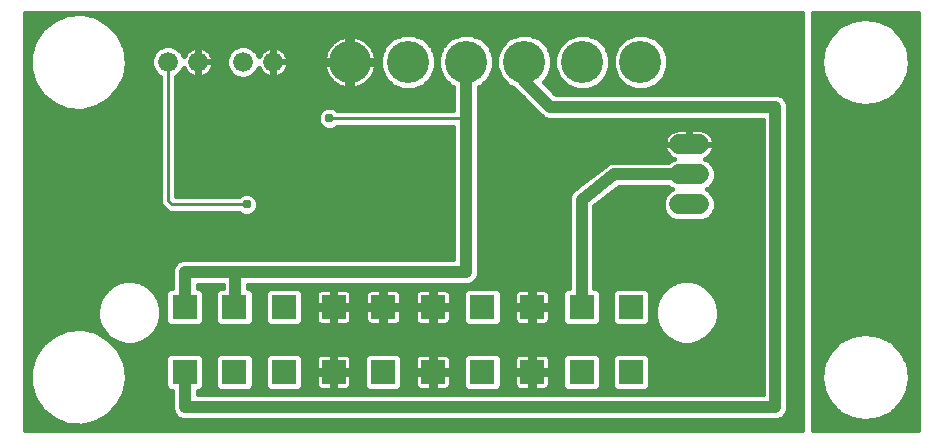
<source format=gbl>
G75*
%MOIN*%
%OFA0B0*%
%FSLAX24Y24*%
%IPPOS*%
%LPD*%
%AMOC8*
5,1,8,0,0,1.08239X$1,22.5*
%
%ADD10C,0.0660*%
%ADD11C,0.1400*%
%ADD12R,0.0827X0.0827*%
%ADD13C,0.0660*%
%ADD14C,0.0160*%
%ADD15C,0.0310*%
%ADD16C,0.0400*%
%ADD17C,0.0100*%
%ADD18C,0.2540*%
D10*
X022475Y008180D02*
X023135Y008180D01*
X023135Y009180D02*
X022475Y009180D01*
X022475Y010180D02*
X023135Y010180D01*
D11*
X021180Y012930D03*
X019243Y012930D03*
X017305Y012930D03*
X015368Y012930D03*
X013430Y012930D03*
X011493Y012930D03*
D12*
X010950Y004763D03*
X012603Y004763D03*
X014257Y004763D03*
X015910Y004763D03*
X017564Y004763D03*
X019217Y004763D03*
X020871Y004763D03*
X020871Y002597D03*
X019217Y002597D03*
X017564Y002597D03*
X015910Y002597D03*
X014257Y002597D03*
X012603Y002597D03*
X010950Y002597D03*
X009296Y002597D03*
X007643Y002597D03*
X005989Y002597D03*
X005989Y004763D03*
X007643Y004763D03*
X009296Y004763D03*
D13*
X008930Y012930D03*
X007930Y012930D03*
X006430Y012930D03*
X005430Y012930D03*
D14*
X000660Y014570D02*
X000660Y000660D01*
X026555Y000660D01*
X026555Y014570D01*
X000660Y014570D01*
X000660Y014445D02*
X001878Y014445D01*
X002067Y014519D02*
X001615Y014342D01*
X001235Y014039D01*
X001235Y014039D01*
X001235Y014039D01*
X000961Y013637D01*
X000818Y013173D01*
X000818Y012687D01*
X000961Y012223D01*
X000961Y012223D01*
X001235Y011821D01*
X001615Y011518D01*
X002067Y011341D01*
X002067Y011341D01*
X002552Y011305D01*
X003026Y011413D01*
X003446Y011656D01*
X003777Y012012D01*
X003988Y012450D01*
X004060Y012930D01*
X003988Y013410D01*
X003777Y013848D01*
X003777Y013848D01*
X003446Y014204D01*
X003026Y014447D01*
X002552Y014555D01*
X002552Y014555D01*
X002067Y014519D01*
X002067Y014519D01*
X001615Y014342D02*
X001615Y014342D01*
X001546Y014287D02*
X000660Y014287D01*
X000660Y014128D02*
X001347Y014128D01*
X001188Y013970D02*
X000660Y013970D01*
X000660Y013811D02*
X001080Y013811D01*
X000972Y013653D02*
X000660Y013653D01*
X000660Y013494D02*
X000917Y013494D01*
X000961Y013637D02*
X000961Y013637D01*
X000868Y013336D02*
X000660Y013336D01*
X000660Y013177D02*
X000819Y013177D01*
X000818Y013019D02*
X000660Y013019D01*
X000660Y012860D02*
X000818Y012860D01*
X000818Y012702D02*
X000660Y012702D01*
X000660Y012543D02*
X000863Y012543D01*
X000912Y012385D02*
X000660Y012385D01*
X000660Y012226D02*
X000960Y012226D01*
X001067Y012068D02*
X000660Y012068D01*
X000660Y011909D02*
X001175Y011909D01*
X001235Y011821D02*
X001235Y011821D01*
X001235Y011821D01*
X001324Y011751D02*
X000660Y011751D01*
X000660Y011592D02*
X001523Y011592D01*
X001615Y011518D02*
X001615Y011518D01*
X001831Y011434D02*
X000660Y011434D01*
X000660Y011275D02*
X005150Y011275D01*
X005150Y011434D02*
X003062Y011434D01*
X003026Y011413D02*
X003026Y011413D01*
X002552Y011305D02*
X002552Y011305D01*
X003336Y011592D02*
X005150Y011592D01*
X005150Y011751D02*
X003534Y011751D01*
X003446Y011656D02*
X003446Y011656D01*
X003681Y011909D02*
X005150Y011909D01*
X005150Y012068D02*
X003804Y012068D01*
X003777Y012012D02*
X003777Y012012D01*
X003880Y012226D02*
X005150Y012226D01*
X005150Y012385D02*
X003956Y012385D01*
X003988Y012450D02*
X003988Y012450D01*
X004002Y012543D02*
X005025Y012543D01*
X004955Y012613D02*
X005113Y012455D01*
X005150Y012440D01*
X005150Y008249D01*
X005193Y008146D01*
X005318Y008021D01*
X005396Y007943D01*
X005499Y007900D01*
X007791Y007900D01*
X007837Y007854D01*
X007978Y007795D01*
X008132Y007795D01*
X008273Y007854D01*
X008381Y007962D01*
X008440Y008103D01*
X008440Y008257D01*
X008381Y008398D01*
X008273Y008506D01*
X008132Y008565D01*
X007978Y008565D01*
X007837Y008506D01*
X007791Y008460D01*
X005710Y008460D01*
X005710Y012440D01*
X005747Y012455D01*
X005905Y012613D01*
X005956Y012737D01*
X005957Y012734D01*
X005994Y012663D01*
X006041Y012598D01*
X006098Y012541D01*
X006163Y012494D01*
X006234Y012457D01*
X006311Y012433D01*
X006390Y012420D01*
X006412Y012420D01*
X006412Y012912D01*
X006448Y012912D01*
X006448Y012948D01*
X006412Y012948D01*
X006412Y013440D01*
X006390Y013440D01*
X006311Y013427D01*
X006234Y013403D01*
X006163Y013366D01*
X006098Y013319D01*
X006041Y013262D01*
X005994Y013197D01*
X005957Y013126D01*
X005956Y013123D01*
X005905Y013247D01*
X005747Y013405D01*
X005541Y013490D01*
X005319Y013490D01*
X005113Y013405D01*
X004955Y013247D01*
X004870Y013041D01*
X004870Y012819D01*
X004955Y012613D01*
X004918Y012702D02*
X004026Y012702D01*
X004049Y012860D02*
X004870Y012860D01*
X004870Y013019D02*
X004047Y013019D01*
X004023Y013177D02*
X004926Y013177D01*
X005044Y013336D02*
X003999Y013336D01*
X003988Y013410D02*
X003988Y013410D01*
X003947Y013494D02*
X010816Y013494D01*
X010829Y013511D02*
X010759Y013420D01*
X010702Y013320D01*
X010657Y013213D01*
X010628Y013102D01*
X010615Y013010D01*
X011412Y013010D01*
X011412Y012850D01*
X010615Y012850D01*
X010628Y012758D01*
X010657Y012647D01*
X010702Y012540D01*
X010759Y012440D01*
X010829Y012349D01*
X010911Y012267D01*
X011003Y012197D01*
X011102Y012139D01*
X011209Y012095D01*
X011320Y012065D01*
X011413Y012053D01*
X011413Y012850D01*
X011572Y012850D01*
X011572Y012053D01*
X011665Y012065D01*
X011776Y012095D01*
X011883Y012139D01*
X011982Y012197D01*
X012074Y012267D01*
X012156Y012349D01*
X012226Y012440D01*
X012283Y012540D01*
X012328Y012647D01*
X012357Y012758D01*
X012370Y012850D01*
X011573Y012850D01*
X011573Y013010D01*
X012370Y013010D01*
X012357Y013102D01*
X012328Y013213D01*
X012283Y013320D01*
X012226Y013420D01*
X012156Y013511D01*
X012074Y013593D01*
X011982Y013663D01*
X011883Y013721D01*
X011776Y013765D01*
X011665Y013795D01*
X011572Y013807D01*
X011572Y013010D01*
X011413Y013010D01*
X011413Y013807D01*
X011320Y013795D01*
X011209Y013765D01*
X011102Y013721D01*
X011003Y013663D01*
X010911Y013593D01*
X010829Y013511D01*
X010710Y013336D02*
X009240Y013336D01*
X009262Y013319D02*
X009197Y013366D01*
X009126Y013403D01*
X009049Y013427D01*
X008970Y013440D01*
X008948Y013440D01*
X008948Y012948D01*
X008912Y012948D01*
X008912Y013440D01*
X008890Y013440D01*
X008811Y013427D01*
X008734Y013403D01*
X008663Y013366D01*
X008598Y013319D01*
X008541Y013262D01*
X008494Y013197D01*
X008457Y013126D01*
X008456Y013123D01*
X008405Y013247D01*
X008247Y013405D01*
X008041Y013490D01*
X007819Y013490D01*
X007613Y013405D01*
X007455Y013247D01*
X007370Y013041D01*
X007370Y012819D01*
X007455Y012613D01*
X007613Y012455D01*
X007819Y012370D01*
X008041Y012370D01*
X008247Y012455D01*
X008405Y012613D01*
X008456Y012737D01*
X008457Y012734D01*
X008494Y012663D01*
X008541Y012598D01*
X008598Y012541D01*
X008663Y012494D01*
X008734Y012457D01*
X008811Y012433D01*
X008890Y012420D01*
X008912Y012420D01*
X008912Y012912D01*
X008948Y012912D01*
X008948Y012948D01*
X009440Y012948D01*
X009440Y012970D01*
X009427Y013049D01*
X009403Y013126D01*
X009366Y013197D01*
X009319Y013262D01*
X009262Y013319D01*
X009377Y013177D02*
X010648Y013177D01*
X010617Y013019D02*
X009432Y013019D01*
X009440Y012912D02*
X008948Y012912D01*
X008948Y012420D01*
X008970Y012420D01*
X009049Y012433D01*
X009126Y012457D01*
X009197Y012494D01*
X009262Y012541D01*
X009319Y012598D01*
X009366Y012663D01*
X009403Y012734D01*
X009427Y012811D01*
X009440Y012890D01*
X009440Y012912D01*
X009435Y012860D02*
X011412Y012860D01*
X011413Y012702D02*
X011572Y012702D01*
X011573Y012860D02*
X012500Y012860D01*
X012500Y012745D02*
X012642Y012403D01*
X012903Y012142D01*
X013245Y012000D01*
X013615Y012000D01*
X013957Y012142D01*
X014218Y012403D01*
X014360Y012745D01*
X014360Y013115D01*
X014218Y013457D01*
X013957Y013718D01*
X013615Y013860D01*
X013245Y013860D01*
X012903Y013718D01*
X012642Y013457D01*
X012500Y013115D01*
X012500Y012745D01*
X012518Y012702D02*
X012342Y012702D01*
X012285Y012543D02*
X012584Y012543D01*
X012660Y012385D02*
X012183Y012385D01*
X012021Y012226D02*
X012819Y012226D01*
X013082Y012068D02*
X011674Y012068D01*
X011572Y012068D02*
X011413Y012068D01*
X011311Y012068D02*
X005710Y012068D01*
X005710Y012226D02*
X010964Y012226D01*
X010802Y012385D02*
X008076Y012385D01*
X007784Y012385D02*
X005710Y012385D01*
X005835Y012543D02*
X006096Y012543D01*
X005974Y012702D02*
X005941Y012702D01*
X006412Y012702D02*
X006448Y012702D01*
X006448Y012860D02*
X006412Y012860D01*
X006448Y012912D02*
X006448Y012420D01*
X006470Y012420D01*
X006549Y012433D01*
X006626Y012457D01*
X006697Y012494D01*
X006762Y012541D01*
X006819Y012598D01*
X006866Y012663D01*
X006903Y012734D01*
X006927Y012811D01*
X006940Y012890D01*
X006940Y012912D01*
X006448Y012912D01*
X006448Y012948D02*
X006940Y012948D01*
X006940Y012970D01*
X006927Y013049D01*
X006903Y013126D01*
X006866Y013197D01*
X006819Y013262D01*
X006762Y013319D01*
X006697Y013366D01*
X006626Y013403D01*
X006549Y013427D01*
X006470Y013440D01*
X006448Y013440D01*
X006448Y012948D01*
X006448Y013019D02*
X006412Y013019D01*
X006412Y013177D02*
X006448Y013177D01*
X006448Y013336D02*
X006412Y013336D01*
X006120Y013336D02*
X005816Y013336D01*
X005934Y013177D02*
X005983Y013177D01*
X006740Y013336D02*
X007544Y013336D01*
X007426Y013177D02*
X006877Y013177D01*
X006932Y013019D02*
X007370Y013019D01*
X007370Y012860D02*
X006935Y012860D01*
X006886Y012702D02*
X007418Y012702D01*
X007525Y012543D02*
X006764Y012543D01*
X006448Y012543D02*
X006412Y012543D01*
X005710Y011909D02*
X014938Y011909D01*
X014938Y011751D02*
X005710Y011751D01*
X005710Y011592D02*
X014938Y011592D01*
X014938Y011434D02*
X010897Y011434D01*
X010882Y011440D02*
X011023Y011381D01*
X011069Y011335D01*
X014938Y011335D01*
X014938Y012101D01*
X014841Y012142D01*
X014579Y012403D01*
X014438Y012745D01*
X014438Y013115D01*
X014579Y013457D01*
X014841Y013718D01*
X015183Y013860D01*
X015552Y013860D01*
X015894Y013718D01*
X016156Y013457D01*
X016297Y013115D01*
X016297Y012745D01*
X016156Y012403D01*
X015894Y012142D01*
X015797Y012101D01*
X015797Y005844D01*
X015732Y005686D01*
X015611Y005565D01*
X015453Y005500D01*
X008110Y005500D01*
X008110Y005406D01*
X008151Y005406D01*
X008286Y005271D01*
X008286Y004254D01*
X008151Y004119D01*
X007134Y004119D01*
X006999Y004254D01*
X006999Y005271D01*
X007134Y005406D01*
X007250Y005406D01*
X007250Y005500D01*
X006419Y005500D01*
X006419Y005406D01*
X006498Y005406D01*
X006632Y005271D01*
X006632Y004254D01*
X006498Y004119D01*
X005480Y004119D01*
X005346Y004254D01*
X005346Y005271D01*
X005480Y005406D01*
X005559Y005406D01*
X005559Y006016D01*
X005625Y006174D01*
X005745Y006295D01*
X005904Y006360D01*
X014938Y006360D01*
X014938Y010775D01*
X011069Y010775D01*
X011023Y010729D01*
X010882Y010670D01*
X010728Y010670D01*
X010587Y010729D01*
X010479Y010837D01*
X010420Y010978D01*
X010420Y011132D01*
X010479Y011273D01*
X010587Y011381D01*
X010728Y011440D01*
X010882Y011440D01*
X010713Y011434D02*
X005710Y011434D01*
X005710Y011275D02*
X010481Y011275D01*
X010420Y011117D02*
X005710Y011117D01*
X005710Y010958D02*
X010428Y010958D01*
X010516Y010800D02*
X005710Y010800D01*
X005710Y010641D02*
X014938Y010641D01*
X014938Y010483D02*
X005710Y010483D01*
X005710Y010324D02*
X014938Y010324D01*
X014938Y010166D02*
X005710Y010166D01*
X005710Y010007D02*
X014938Y010007D01*
X014938Y009849D02*
X005710Y009849D01*
X005710Y009690D02*
X014938Y009690D01*
X014938Y009532D02*
X005710Y009532D01*
X005710Y009373D02*
X014938Y009373D01*
X014938Y009215D02*
X005710Y009215D01*
X005710Y009056D02*
X014938Y009056D01*
X014938Y008898D02*
X005710Y008898D01*
X005710Y008739D02*
X014938Y008739D01*
X014938Y008581D02*
X005710Y008581D01*
X005150Y008581D02*
X000660Y008581D01*
X000660Y008739D02*
X005150Y008739D01*
X005150Y008898D02*
X000660Y008898D01*
X000660Y009056D02*
X005150Y009056D01*
X005150Y009215D02*
X000660Y009215D01*
X000660Y009373D02*
X005150Y009373D01*
X005150Y009532D02*
X000660Y009532D01*
X000660Y009690D02*
X005150Y009690D01*
X005150Y009849D02*
X000660Y009849D01*
X000660Y010007D02*
X005150Y010007D01*
X005150Y010166D02*
X000660Y010166D01*
X000660Y010324D02*
X005150Y010324D01*
X005150Y010483D02*
X000660Y010483D01*
X000660Y010641D02*
X005150Y010641D01*
X005150Y010800D02*
X000660Y010800D01*
X000660Y010958D02*
X005150Y010958D01*
X005150Y011117D02*
X000660Y011117D01*
X000660Y008422D02*
X005150Y008422D01*
X005150Y008264D02*
X000660Y008264D01*
X000660Y008105D02*
X005234Y008105D01*
X005393Y007947D02*
X000660Y007947D01*
X000660Y007788D02*
X014938Y007788D01*
X014938Y007630D02*
X000660Y007630D01*
X000660Y007471D02*
X014938Y007471D01*
X014938Y007313D02*
X000660Y007313D01*
X000660Y007154D02*
X014938Y007154D01*
X014938Y006996D02*
X000660Y006996D01*
X000660Y006837D02*
X014938Y006837D01*
X014938Y006679D02*
X000660Y006679D01*
X000660Y006520D02*
X014938Y006520D01*
X014938Y006362D02*
X000660Y006362D01*
X000660Y006203D02*
X005654Y006203D01*
X005571Y006045D02*
X000660Y006045D01*
X000660Y005886D02*
X005559Y005886D01*
X005559Y005728D02*
X000660Y005728D01*
X000660Y005569D02*
X003708Y005569D01*
X003725Y005579D02*
X003481Y005438D01*
X003282Y005239D01*
X003141Y004995D01*
X003068Y004723D01*
X003068Y004441D01*
X003141Y004168D01*
X003282Y003924D01*
X003481Y003725D01*
X003725Y003584D01*
X003998Y003511D01*
X004280Y003511D01*
X004552Y003584D01*
X004796Y003725D01*
X004995Y003924D01*
X005136Y004168D01*
X005209Y004441D01*
X005209Y004723D01*
X005136Y004995D01*
X004995Y005239D01*
X004796Y005438D01*
X004552Y005579D01*
X004280Y005652D01*
X003998Y005652D01*
X003725Y005579D01*
X003454Y005411D02*
X000660Y005411D01*
X000660Y005252D02*
X003295Y005252D01*
X003198Y005094D02*
X000660Y005094D01*
X000660Y004935D02*
X003125Y004935D01*
X003083Y004777D02*
X000660Y004777D01*
X000660Y004618D02*
X003068Y004618D01*
X003068Y004460D02*
X000660Y004460D01*
X000660Y004301D02*
X003106Y004301D01*
X003156Y004143D02*
X000660Y004143D01*
X000660Y003984D02*
X001978Y003984D01*
X002067Y004019D02*
X001615Y003842D01*
X001235Y003539D01*
X001235Y003539D01*
X001235Y003539D01*
X000961Y003137D01*
X000818Y002673D01*
X000818Y002187D01*
X000961Y001723D01*
X000961Y001723D01*
X001235Y001321D01*
X001615Y001018D01*
X002067Y000841D01*
X002067Y000841D01*
X002552Y000805D01*
X003026Y000913D01*
X003446Y001156D01*
X003777Y001512D01*
X003988Y001950D01*
X004060Y002430D01*
X003988Y002910D01*
X003777Y003348D01*
X003777Y003348D01*
X003446Y003704D01*
X003026Y003947D01*
X003026Y003947D01*
X002552Y004055D01*
X002067Y004019D01*
X002067Y004019D01*
X001615Y003842D02*
X001615Y003842D01*
X001595Y003826D02*
X000660Y003826D01*
X000660Y003667D02*
X001396Y003667D01*
X001215Y003509D02*
X000660Y003509D01*
X000660Y003350D02*
X001106Y003350D01*
X000998Y003192D02*
X000660Y003192D01*
X000660Y003033D02*
X000929Y003033D01*
X000961Y003137D02*
X000961Y003137D01*
X000880Y002875D02*
X000660Y002875D01*
X000660Y002716D02*
X000831Y002716D01*
X000818Y002558D02*
X000660Y002558D01*
X000660Y002399D02*
X000818Y002399D01*
X000818Y002241D02*
X000660Y002241D01*
X000660Y002082D02*
X000851Y002082D01*
X000900Y001924D02*
X000660Y001924D01*
X000660Y001765D02*
X000948Y001765D01*
X001041Y001607D02*
X000660Y001607D01*
X000660Y001448D02*
X001149Y001448D01*
X001235Y001321D02*
X001235Y001321D01*
X001235Y001321D01*
X001275Y001290D02*
X000660Y001290D01*
X000660Y001131D02*
X001474Y001131D01*
X001615Y001018D02*
X001615Y001018D01*
X001732Y000973D02*
X000660Y000973D01*
X000660Y000814D02*
X002426Y000814D01*
X002552Y000805D02*
X002552Y000805D01*
X002593Y000814D02*
X026555Y000814D01*
X026555Y000973D02*
X003129Y000973D01*
X003026Y000913D02*
X003026Y000913D01*
X003404Y001131D02*
X005680Y001131D01*
X005625Y001186D02*
X005745Y001065D01*
X005904Y001000D01*
X025766Y001000D01*
X025924Y001065D01*
X026045Y001186D01*
X026110Y001344D01*
X026110Y011516D01*
X026045Y011674D01*
X025924Y011795D01*
X025766Y011860D01*
X018358Y011860D01*
X017954Y012264D01*
X018093Y012403D01*
X018235Y012745D01*
X018235Y013115D01*
X018093Y013457D01*
X017832Y013718D01*
X017490Y013860D01*
X017120Y013860D01*
X016778Y013718D01*
X016517Y013457D01*
X016375Y013115D01*
X016375Y012745D01*
X016517Y012403D01*
X016778Y012142D01*
X016934Y012077D01*
X016940Y012061D01*
X017061Y011940D01*
X017936Y011065D01*
X018094Y011000D01*
X025250Y011000D01*
X025250Y001860D01*
X006419Y001860D01*
X006419Y001954D01*
X006498Y001954D01*
X006632Y002089D01*
X006632Y003106D01*
X006498Y003241D01*
X005480Y003241D01*
X005346Y003106D01*
X005346Y002089D01*
X005480Y001954D01*
X005559Y001954D01*
X005559Y001344D01*
X005625Y001186D01*
X005582Y001290D02*
X003571Y001290D01*
X003446Y001156D02*
X003446Y001156D01*
X003446Y001156D01*
X003718Y001448D02*
X005559Y001448D01*
X005559Y001607D02*
X003822Y001607D01*
X003777Y001512D02*
X003777Y001512D01*
X003899Y001765D02*
X005559Y001765D01*
X005559Y001924D02*
X003975Y001924D01*
X003988Y001950D02*
X003988Y001950D01*
X004008Y002082D02*
X005352Y002082D01*
X005346Y002241D02*
X004031Y002241D01*
X004055Y002399D02*
X005346Y002399D01*
X005346Y002558D02*
X004041Y002558D01*
X004017Y002716D02*
X005346Y002716D01*
X005346Y002875D02*
X003993Y002875D01*
X003988Y002910D02*
X003988Y002910D01*
X003929Y003033D02*
X005346Y003033D01*
X005431Y003192D02*
X003852Y003192D01*
X003775Y003350D02*
X025250Y003350D01*
X025250Y003192D02*
X021429Y003192D01*
X021380Y003241D02*
X020362Y003241D01*
X020228Y003106D01*
X020228Y002089D01*
X020362Y001954D01*
X021380Y001954D01*
X021514Y002089D01*
X021514Y003106D01*
X021380Y003241D01*
X021514Y003033D02*
X025250Y003033D01*
X025250Y002875D02*
X021514Y002875D01*
X021514Y002716D02*
X025250Y002716D01*
X025250Y002558D02*
X021514Y002558D01*
X021514Y002399D02*
X025250Y002399D01*
X025250Y002241D02*
X021514Y002241D01*
X021508Y002082D02*
X025250Y002082D01*
X025250Y001924D02*
X006419Y001924D01*
X006626Y002082D02*
X007006Y002082D01*
X006999Y002089D02*
X007134Y001954D01*
X008151Y001954D01*
X008286Y002089D01*
X008286Y003106D01*
X008151Y003241D01*
X007134Y003241D01*
X006999Y003106D01*
X006999Y002089D01*
X006999Y002241D02*
X006632Y002241D01*
X006632Y002399D02*
X006999Y002399D01*
X006999Y002558D02*
X006632Y002558D01*
X006632Y002716D02*
X006999Y002716D01*
X006999Y002875D02*
X006632Y002875D01*
X006632Y003033D02*
X006999Y003033D01*
X007085Y003192D02*
X006547Y003192D01*
X008200Y003192D02*
X008738Y003192D01*
X008787Y003241D02*
X008653Y003106D01*
X008653Y002089D01*
X008787Y001954D01*
X009805Y001954D01*
X009940Y002089D01*
X009940Y003106D01*
X009805Y003241D01*
X008787Y003241D01*
X008653Y003033D02*
X008286Y003033D01*
X008286Y002875D02*
X008653Y002875D01*
X008653Y002716D02*
X008286Y002716D01*
X008286Y002558D02*
X008653Y002558D01*
X008653Y002399D02*
X008286Y002399D01*
X008286Y002241D02*
X008653Y002241D01*
X008659Y002082D02*
X008279Y002082D01*
X009933Y002082D02*
X010387Y002082D01*
X010392Y002073D02*
X010426Y002040D01*
X010467Y002016D01*
X010513Y002004D01*
X010892Y002004D01*
X010892Y002540D01*
X010356Y002540D01*
X010356Y002160D01*
X010369Y002114D01*
X010392Y002073D01*
X010356Y002241D02*
X009940Y002241D01*
X009940Y002399D02*
X010356Y002399D01*
X010356Y002655D02*
X010892Y002655D01*
X010892Y002540D01*
X011007Y002540D01*
X011007Y002004D01*
X011387Y002004D01*
X011433Y002016D01*
X011474Y002040D01*
X011507Y002073D01*
X011531Y002114D01*
X011543Y002160D01*
X011543Y002540D01*
X011007Y002540D01*
X011007Y002655D01*
X010892Y002655D01*
X010892Y003191D01*
X010513Y003191D01*
X010467Y003178D01*
X010426Y003155D01*
X010392Y003121D01*
X010369Y003080D01*
X010356Y003034D01*
X010356Y002655D01*
X010356Y002716D02*
X009940Y002716D01*
X009940Y002558D02*
X010892Y002558D01*
X011007Y002558D02*
X011960Y002558D01*
X011960Y002716D02*
X011543Y002716D01*
X011543Y002655D02*
X011543Y003034D01*
X011531Y003080D01*
X011507Y003121D01*
X011474Y003155D01*
X011433Y003178D01*
X011387Y003191D01*
X011007Y003191D01*
X011007Y002655D01*
X011543Y002655D01*
X011543Y002875D02*
X011960Y002875D01*
X011960Y003033D02*
X011543Y003033D01*
X011960Y003106D02*
X011960Y002089D01*
X012095Y001954D01*
X013112Y001954D01*
X013247Y002089D01*
X013247Y003106D01*
X013112Y003241D01*
X012095Y003241D01*
X011960Y003106D01*
X012045Y003192D02*
X009854Y003192D01*
X009940Y003033D02*
X010356Y003033D01*
X010356Y002875D02*
X009940Y002875D01*
X010892Y002875D02*
X011007Y002875D01*
X011007Y003033D02*
X010892Y003033D01*
X010892Y002716D02*
X011007Y002716D01*
X011007Y002399D02*
X010892Y002399D01*
X010892Y002241D02*
X011007Y002241D01*
X011007Y002082D02*
X010892Y002082D01*
X011512Y002082D02*
X011967Y002082D01*
X011960Y002241D02*
X011543Y002241D01*
X011543Y002399D02*
X011960Y002399D01*
X013247Y002399D02*
X013663Y002399D01*
X013663Y002540D02*
X013663Y002160D01*
X013676Y002114D01*
X013699Y002073D01*
X013733Y002040D01*
X013774Y002016D01*
X013820Y002004D01*
X014199Y002004D01*
X014199Y002540D01*
X013663Y002540D01*
X013663Y002655D02*
X014199Y002655D01*
X014199Y002540D01*
X014315Y002540D01*
X014315Y002655D01*
X014850Y002655D01*
X014850Y003034D01*
X014838Y003080D01*
X014814Y003121D01*
X014781Y003155D01*
X014740Y003178D01*
X014694Y003191D01*
X014315Y003191D01*
X014315Y002655D01*
X014199Y002655D01*
X014199Y003191D01*
X013820Y003191D01*
X013774Y003178D01*
X013733Y003155D01*
X013699Y003121D01*
X013676Y003080D01*
X013663Y003034D01*
X013663Y002655D01*
X013663Y002716D02*
X013247Y002716D01*
X013247Y002558D02*
X014199Y002558D01*
X014315Y002558D02*
X015267Y002558D01*
X015267Y002716D02*
X014850Y002716D01*
X014850Y002875D02*
X015267Y002875D01*
X015267Y003033D02*
X014850Y003033D01*
X014315Y003033D02*
X014199Y003033D01*
X014199Y002875D02*
X014315Y002875D01*
X014315Y002716D02*
X014199Y002716D01*
X014315Y002540D02*
X014850Y002540D01*
X014850Y002160D01*
X014838Y002114D01*
X014814Y002073D01*
X014781Y002040D01*
X014740Y002016D01*
X014694Y002004D01*
X014315Y002004D01*
X014315Y002540D01*
X014315Y002399D02*
X014199Y002399D01*
X014199Y002241D02*
X014315Y002241D01*
X014315Y002082D02*
X014199Y002082D01*
X013694Y002082D02*
X013240Y002082D01*
X013247Y002241D02*
X013663Y002241D01*
X013663Y002875D02*
X013247Y002875D01*
X013247Y003033D02*
X013663Y003033D01*
X013161Y003192D02*
X015352Y003192D01*
X015402Y003241D02*
X015267Y003106D01*
X015267Y002089D01*
X015402Y001954D01*
X016419Y001954D01*
X016554Y002089D01*
X016554Y003106D01*
X016419Y003241D01*
X015402Y003241D01*
X016468Y003192D02*
X018660Y003192D01*
X018709Y003241D02*
X018574Y003106D01*
X018574Y002089D01*
X018709Y001954D01*
X019726Y001954D01*
X019861Y002089D01*
X019861Y003106D01*
X019726Y003241D01*
X018709Y003241D01*
X018574Y003033D02*
X018157Y003033D01*
X018157Y003034D02*
X018145Y003080D01*
X018121Y003121D01*
X018088Y003155D01*
X018047Y003178D01*
X018001Y003191D01*
X017622Y003191D01*
X017622Y002655D01*
X018157Y002655D01*
X018157Y003034D01*
X018157Y002875D02*
X018574Y002875D01*
X018574Y002716D02*
X018157Y002716D01*
X018157Y002540D02*
X017622Y002540D01*
X017622Y002655D01*
X017506Y002655D01*
X017506Y002540D01*
X016970Y002540D01*
X016970Y002160D01*
X016983Y002114D01*
X017006Y002073D01*
X017040Y002040D01*
X017081Y002016D01*
X017127Y002004D01*
X017506Y002004D01*
X017506Y002540D01*
X017622Y002540D01*
X017622Y002004D01*
X018001Y002004D01*
X018047Y002016D01*
X018088Y002040D01*
X018121Y002073D01*
X018145Y002114D01*
X018157Y002160D01*
X018157Y002540D01*
X018157Y002399D02*
X018574Y002399D01*
X018574Y002241D02*
X018157Y002241D01*
X018126Y002082D02*
X018581Y002082D01*
X018574Y002558D02*
X017622Y002558D01*
X017506Y002558D02*
X016554Y002558D01*
X016554Y002716D02*
X016970Y002716D01*
X016970Y002655D02*
X017506Y002655D01*
X017506Y003191D01*
X017127Y003191D01*
X017081Y003178D01*
X017040Y003155D01*
X017006Y003121D01*
X016983Y003080D01*
X016970Y003034D01*
X016970Y002655D01*
X016970Y002875D02*
X016554Y002875D01*
X016554Y003033D02*
X016970Y003033D01*
X017506Y003033D02*
X017622Y003033D01*
X017622Y002875D02*
X017506Y002875D01*
X017506Y002716D02*
X017622Y002716D01*
X017622Y002399D02*
X017506Y002399D01*
X017506Y002241D02*
X017622Y002241D01*
X017622Y002082D02*
X017506Y002082D01*
X017001Y002082D02*
X016547Y002082D01*
X016554Y002241D02*
X016970Y002241D01*
X016970Y002399D02*
X016554Y002399D01*
X015267Y002399D02*
X014850Y002399D01*
X014850Y002241D02*
X015267Y002241D01*
X015274Y002082D02*
X014819Y002082D01*
X014694Y004169D02*
X014315Y004169D01*
X014315Y004705D01*
X014315Y004820D01*
X014850Y004820D01*
X014850Y005200D01*
X014838Y005246D01*
X014814Y005287D01*
X014781Y005320D01*
X014740Y005344D01*
X014694Y005356D01*
X014315Y005356D01*
X014315Y004820D01*
X014199Y004820D01*
X014199Y004705D01*
X013663Y004705D01*
X013663Y004326D01*
X013676Y004280D01*
X013699Y004239D01*
X013733Y004205D01*
X013774Y004182D01*
X013820Y004169D01*
X014199Y004169D01*
X014199Y004705D01*
X014315Y004705D01*
X014850Y004705D01*
X014850Y004326D01*
X014838Y004280D01*
X014814Y004239D01*
X014781Y004205D01*
X014740Y004182D01*
X014694Y004169D01*
X014844Y004301D02*
X015267Y004301D01*
X015267Y004254D02*
X015402Y004119D01*
X016419Y004119D01*
X016554Y004254D01*
X016554Y005271D01*
X016419Y005406D01*
X015402Y005406D01*
X015267Y005271D01*
X015267Y004254D01*
X015378Y004143D02*
X009828Y004143D01*
X009805Y004119D02*
X009940Y004254D01*
X009940Y005271D01*
X009805Y005406D01*
X008787Y005406D01*
X008653Y005271D01*
X008653Y004254D01*
X008787Y004119D01*
X009805Y004119D01*
X009940Y004301D02*
X010363Y004301D01*
X010369Y004280D02*
X010392Y004239D01*
X010426Y004205D01*
X010467Y004182D01*
X010513Y004169D01*
X010892Y004169D01*
X010892Y004705D01*
X010356Y004705D01*
X010356Y004326D01*
X010369Y004280D01*
X010356Y004460D02*
X009940Y004460D01*
X009940Y004618D02*
X010356Y004618D01*
X010356Y004820D02*
X010892Y004820D01*
X010892Y004705D01*
X011007Y004705D01*
X011007Y004169D01*
X011387Y004169D01*
X011433Y004182D01*
X011474Y004205D01*
X011507Y004239D01*
X011531Y004280D01*
X011543Y004326D01*
X011543Y004705D01*
X011007Y004705D01*
X011007Y004820D01*
X011543Y004820D01*
X011543Y005200D01*
X011531Y005246D01*
X011507Y005287D01*
X011474Y005320D01*
X011433Y005344D01*
X011387Y005356D01*
X011007Y005356D01*
X011007Y004820D01*
X010892Y004820D01*
X010892Y005356D01*
X010513Y005356D01*
X010467Y005344D01*
X010426Y005320D01*
X010392Y005287D01*
X010369Y005246D01*
X010356Y005200D01*
X010356Y004820D01*
X010356Y004935D02*
X009940Y004935D01*
X009940Y004777D02*
X010892Y004777D01*
X011007Y004777D02*
X012545Y004777D01*
X012545Y004820D02*
X012545Y004705D01*
X012010Y004705D01*
X012010Y004326D01*
X012022Y004280D01*
X012046Y004239D01*
X012079Y004205D01*
X012120Y004182D01*
X012166Y004169D01*
X012545Y004169D01*
X012545Y004705D01*
X012661Y004705D01*
X012661Y004820D01*
X013197Y004820D01*
X013197Y005200D01*
X013184Y005246D01*
X013161Y005287D01*
X013127Y005320D01*
X013086Y005344D01*
X013040Y005356D01*
X012661Y005356D01*
X012661Y004820D01*
X012545Y004820D01*
X012010Y004820D01*
X012010Y005200D01*
X012022Y005246D01*
X012046Y005287D01*
X012079Y005320D01*
X012120Y005344D01*
X012166Y005356D01*
X012545Y005356D01*
X012545Y004820D01*
X012545Y004935D02*
X012661Y004935D01*
X012661Y004777D02*
X014199Y004777D01*
X014199Y004820D02*
X013663Y004820D01*
X013663Y005200D01*
X013676Y005246D01*
X013699Y005287D01*
X013733Y005320D01*
X013774Y005344D01*
X013820Y005356D01*
X014199Y005356D01*
X014199Y004820D01*
X014199Y004935D02*
X014315Y004935D01*
X014315Y004777D02*
X015267Y004777D01*
X015267Y004935D02*
X014850Y004935D01*
X014850Y005094D02*
X015267Y005094D01*
X015267Y005252D02*
X014834Y005252D01*
X014315Y005252D02*
X014199Y005252D01*
X014199Y005094D02*
X014315Y005094D01*
X014315Y004618D02*
X014199Y004618D01*
X014199Y004460D02*
X014315Y004460D01*
X014315Y004301D02*
X014199Y004301D01*
X013670Y004301D02*
X013190Y004301D01*
X013184Y004280D02*
X013197Y004326D01*
X013197Y004705D01*
X012661Y004705D01*
X012661Y004169D01*
X013040Y004169D01*
X013086Y004182D01*
X013127Y004205D01*
X013161Y004239D01*
X013184Y004280D01*
X013197Y004460D02*
X013663Y004460D01*
X013663Y004618D02*
X013197Y004618D01*
X013197Y004935D02*
X013663Y004935D01*
X013663Y005094D02*
X013197Y005094D01*
X013181Y005252D02*
X013679Y005252D01*
X012661Y005252D02*
X012545Y005252D01*
X012545Y005094D02*
X012661Y005094D01*
X012010Y005094D02*
X011543Y005094D01*
X011527Y005252D02*
X012026Y005252D01*
X012010Y004935D02*
X011543Y004935D01*
X011543Y004618D02*
X012010Y004618D01*
X012010Y004460D02*
X011543Y004460D01*
X011536Y004301D02*
X012016Y004301D01*
X012545Y004301D02*
X012661Y004301D01*
X012661Y004460D02*
X012545Y004460D01*
X012545Y004618D02*
X012661Y004618D01*
X011007Y004618D02*
X010892Y004618D01*
X010892Y004460D02*
X011007Y004460D01*
X011007Y004301D02*
X010892Y004301D01*
X010892Y004935D02*
X011007Y004935D01*
X011007Y005094D02*
X010892Y005094D01*
X010892Y005252D02*
X011007Y005252D01*
X010372Y005252D02*
X009940Y005252D01*
X009940Y005094D02*
X010356Y005094D01*
X008653Y005094D02*
X008286Y005094D01*
X008286Y005252D02*
X008653Y005252D01*
X008110Y005411D02*
X018787Y005411D01*
X018787Y005406D02*
X018709Y005406D01*
X018574Y005271D01*
X018574Y004254D01*
X018709Y004119D01*
X019726Y004119D01*
X019861Y004254D01*
X019861Y005271D01*
X019726Y005406D01*
X019647Y005406D01*
X019647Y008131D01*
X020451Y008750D01*
X022113Y008750D01*
X022158Y008705D01*
X022219Y008680D01*
X022158Y008655D01*
X022000Y008497D01*
X021915Y008291D01*
X021915Y008069D01*
X022000Y007863D01*
X022158Y007705D01*
X022364Y007620D01*
X023246Y007620D01*
X023452Y007705D01*
X023610Y007863D01*
X023695Y008069D01*
X023695Y008291D01*
X023610Y008497D01*
X023452Y008655D01*
X023391Y008680D01*
X023452Y008705D01*
X023610Y008863D01*
X023695Y009069D01*
X023695Y009291D01*
X023610Y009497D01*
X023452Y009655D01*
X023328Y009706D01*
X023331Y009707D01*
X023402Y009744D01*
X023467Y009791D01*
X023524Y009848D01*
X023571Y009913D01*
X023608Y009984D01*
X023632Y010061D01*
X023645Y010140D01*
X023645Y010150D01*
X022835Y010150D01*
X022835Y010210D01*
X022775Y010210D01*
X022775Y010690D01*
X022435Y010690D01*
X022356Y010677D01*
X022279Y010653D01*
X022208Y010616D01*
X022143Y010569D01*
X022086Y010512D01*
X022039Y010447D01*
X022002Y010376D01*
X021978Y010299D01*
X021965Y010220D01*
X021965Y010210D01*
X022775Y010210D01*
X022775Y010150D01*
X021965Y010150D01*
X021965Y010140D01*
X021978Y010061D01*
X022002Y009984D01*
X022039Y009913D01*
X022086Y009848D01*
X022143Y009791D01*
X022208Y009744D01*
X022279Y009707D01*
X022282Y009706D01*
X022158Y009655D01*
X022113Y009610D01*
X020333Y009610D01*
X020276Y009617D01*
X020248Y009610D01*
X020219Y009610D01*
X020166Y009588D01*
X020110Y009573D01*
X020088Y009555D01*
X020061Y009545D01*
X020021Y009504D01*
X019000Y008718D01*
X018974Y008707D01*
X018933Y008666D01*
X018887Y008631D01*
X018873Y008606D01*
X018853Y008586D01*
X018831Y008533D01*
X018802Y008483D01*
X018798Y008454D01*
X018787Y008428D01*
X018787Y008370D01*
X018780Y008313D01*
X018787Y008285D01*
X018787Y005406D01*
X018787Y005569D02*
X015615Y005569D01*
X015749Y005728D02*
X018787Y005728D01*
X018787Y005886D02*
X015797Y005886D01*
X015797Y006045D02*
X018787Y006045D01*
X018787Y006203D02*
X015797Y006203D01*
X015797Y006362D02*
X018787Y006362D01*
X018787Y006520D02*
X015797Y006520D01*
X015797Y006679D02*
X018787Y006679D01*
X018787Y006837D02*
X015797Y006837D01*
X015797Y006996D02*
X018787Y006996D01*
X018787Y007154D02*
X015797Y007154D01*
X015797Y007313D02*
X018787Y007313D01*
X018787Y007471D02*
X015797Y007471D01*
X015797Y007630D02*
X018787Y007630D01*
X018787Y007788D02*
X015797Y007788D01*
X015797Y007947D02*
X018787Y007947D01*
X018787Y008105D02*
X015797Y008105D01*
X015797Y008264D02*
X018787Y008264D01*
X018787Y008422D02*
X015797Y008422D01*
X015797Y008581D02*
X018851Y008581D01*
X019028Y008739D02*
X015797Y008739D01*
X015797Y008898D02*
X019233Y008898D01*
X019439Y009056D02*
X015797Y009056D01*
X015797Y009215D02*
X019645Y009215D01*
X019851Y009373D02*
X015797Y009373D01*
X015797Y009532D02*
X020048Y009532D01*
X020437Y008739D02*
X022124Y008739D01*
X022084Y008581D02*
X020231Y008581D01*
X020026Y008422D02*
X021969Y008422D01*
X021915Y008264D02*
X019820Y008264D01*
X019647Y008105D02*
X021915Y008105D01*
X021966Y007947D02*
X019647Y007947D01*
X019647Y007788D02*
X022075Y007788D01*
X022341Y007630D02*
X019647Y007630D01*
X019647Y007471D02*
X025250Y007471D01*
X025250Y007630D02*
X023269Y007630D01*
X023535Y007788D02*
X025250Y007788D01*
X025250Y007947D02*
X023644Y007947D01*
X023695Y008105D02*
X025250Y008105D01*
X025250Y008264D02*
X023695Y008264D01*
X023641Y008422D02*
X025250Y008422D01*
X025250Y008581D02*
X023526Y008581D01*
X023486Y008739D02*
X025250Y008739D01*
X025250Y008898D02*
X023624Y008898D01*
X023690Y009056D02*
X025250Y009056D01*
X025250Y009215D02*
X023695Y009215D01*
X023661Y009373D02*
X025250Y009373D01*
X025250Y009532D02*
X023575Y009532D01*
X023367Y009690D02*
X025250Y009690D01*
X025250Y009849D02*
X023525Y009849D01*
X023615Y010007D02*
X025250Y010007D01*
X025250Y010166D02*
X022835Y010166D01*
X022835Y010210D02*
X023645Y010210D01*
X023645Y010220D01*
X023632Y010299D01*
X023608Y010376D01*
X023571Y010447D01*
X023524Y010512D01*
X023467Y010569D01*
X023402Y010616D01*
X023331Y010653D01*
X023254Y010677D01*
X023175Y010690D01*
X022835Y010690D01*
X022835Y010210D01*
X022775Y010166D02*
X015797Y010166D01*
X015797Y010324D02*
X021986Y010324D01*
X022064Y010483D02*
X015797Y010483D01*
X015797Y010641D02*
X022256Y010641D01*
X022775Y010641D02*
X022835Y010641D01*
X022835Y010483D02*
X022775Y010483D01*
X022775Y010324D02*
X022835Y010324D01*
X023354Y010641D02*
X025250Y010641D01*
X025250Y010483D02*
X023546Y010483D01*
X023624Y010324D02*
X025250Y010324D01*
X026110Y010324D02*
X026555Y010324D01*
X026555Y010166D02*
X026110Y010166D01*
X026110Y010007D02*
X026555Y010007D01*
X026555Y009849D02*
X026110Y009849D01*
X026110Y009690D02*
X026555Y009690D01*
X026555Y009532D02*
X026110Y009532D01*
X026110Y009373D02*
X026555Y009373D01*
X026555Y009215D02*
X026110Y009215D01*
X026110Y009056D02*
X026555Y009056D01*
X026555Y008898D02*
X026110Y008898D01*
X026110Y008739D02*
X026555Y008739D01*
X026555Y008581D02*
X026110Y008581D01*
X026110Y008422D02*
X026555Y008422D01*
X026555Y008264D02*
X026110Y008264D01*
X026110Y008105D02*
X026555Y008105D01*
X026555Y007947D02*
X026110Y007947D01*
X026110Y007788D02*
X026555Y007788D01*
X026555Y007630D02*
X026110Y007630D01*
X026110Y007471D02*
X026555Y007471D01*
X026930Y007471D02*
X030442Y007471D01*
X030442Y007630D02*
X026930Y007630D01*
X026930Y007788D02*
X030442Y007788D01*
X030442Y007947D02*
X026930Y007947D01*
X026930Y008105D02*
X028351Y008105D01*
X028269Y008127D02*
X028011Y008276D01*
X027801Y008486D01*
X027652Y008744D01*
X027575Y009031D01*
X027575Y009329D01*
X027652Y009616D01*
X027801Y009874D01*
X028011Y010084D01*
X028269Y010233D01*
X028556Y010310D01*
X028854Y010310D01*
X029141Y010233D01*
X029399Y010084D01*
X029609Y009874D01*
X029758Y009616D01*
X029835Y009329D01*
X029835Y009031D01*
X029758Y008744D01*
X029609Y008486D01*
X029399Y008276D01*
X029141Y008127D01*
X028854Y008050D01*
X028556Y008050D01*
X028269Y008127D01*
X028032Y008264D02*
X026930Y008264D01*
X026930Y008422D02*
X027865Y008422D01*
X027746Y008581D02*
X026930Y008581D01*
X026930Y008739D02*
X027655Y008739D01*
X027611Y008898D02*
X026930Y008898D01*
X026930Y009056D02*
X027575Y009056D01*
X027575Y009215D02*
X026930Y009215D01*
X026930Y009373D02*
X027587Y009373D01*
X027629Y009532D02*
X026930Y009532D01*
X026930Y009690D02*
X027695Y009690D01*
X027786Y009849D02*
X026930Y009849D01*
X026930Y010007D02*
X027934Y010007D01*
X028152Y010166D02*
X026930Y010166D01*
X026930Y010324D02*
X030442Y010324D01*
X030442Y010166D02*
X029258Y010166D01*
X029476Y010007D02*
X030442Y010007D01*
X030442Y009849D02*
X029624Y009849D01*
X029715Y009690D02*
X030442Y009690D01*
X030442Y009532D02*
X029781Y009532D01*
X029823Y009373D02*
X030442Y009373D01*
X030442Y009215D02*
X029835Y009215D01*
X029835Y009056D02*
X030442Y009056D01*
X030442Y008898D02*
X029799Y008898D01*
X029755Y008739D02*
X030442Y008739D01*
X030442Y008581D02*
X029664Y008581D01*
X029545Y008422D02*
X030442Y008422D01*
X030442Y008264D02*
X029378Y008264D01*
X029059Y008105D02*
X030442Y008105D01*
X030442Y007313D02*
X026930Y007313D01*
X026555Y007313D02*
X026110Y007313D01*
X026110Y007154D02*
X026555Y007154D01*
X026555Y006996D02*
X026110Y006996D01*
X026110Y006837D02*
X026555Y006837D01*
X026555Y006679D02*
X026110Y006679D01*
X026110Y006520D02*
X026555Y006520D01*
X026555Y006362D02*
X026110Y006362D01*
X026110Y006203D02*
X026555Y006203D01*
X026555Y006045D02*
X026110Y006045D01*
X026110Y005886D02*
X026555Y005886D01*
X026555Y005728D02*
X026110Y005728D01*
X026110Y005569D02*
X026555Y005569D01*
X026555Y005411D02*
X026110Y005411D01*
X026110Y005252D02*
X026555Y005252D01*
X026555Y005094D02*
X026110Y005094D01*
X026110Y004935D02*
X026555Y004935D01*
X026555Y004777D02*
X026110Y004777D01*
X026110Y004618D02*
X026555Y004618D01*
X026555Y004460D02*
X026110Y004460D01*
X026110Y004301D02*
X026555Y004301D01*
X026555Y004143D02*
X026110Y004143D01*
X026110Y003984D02*
X026555Y003984D01*
X026555Y003826D02*
X026110Y003826D01*
X026110Y003667D02*
X026555Y003667D01*
X026555Y003509D02*
X026110Y003509D01*
X026110Y003350D02*
X026555Y003350D01*
X026555Y003192D02*
X026110Y003192D01*
X026110Y003033D02*
X026555Y003033D01*
X026555Y002875D02*
X026110Y002875D01*
X026110Y002716D02*
X026555Y002716D01*
X026555Y002558D02*
X026110Y002558D01*
X026110Y002399D02*
X026555Y002399D01*
X026555Y002241D02*
X026110Y002241D01*
X026110Y002082D02*
X026555Y002082D01*
X026555Y001924D02*
X026110Y001924D01*
X026110Y001765D02*
X026555Y001765D01*
X026555Y001607D02*
X026110Y001607D01*
X026110Y001448D02*
X026555Y001448D01*
X026555Y001290D02*
X026087Y001290D01*
X025989Y001131D02*
X026555Y001131D01*
X026930Y001131D02*
X028010Y001131D01*
X027810Y001233D02*
X028223Y001022D01*
X028680Y000950D01*
X029137Y001022D01*
X029137Y001022D01*
X029550Y001233D01*
X029877Y001560D01*
X030088Y001973D01*
X030160Y002430D01*
X030088Y002887D01*
X030088Y002887D01*
X029877Y003300D01*
X029550Y003627D01*
X029137Y003838D01*
X028680Y003910D01*
X028223Y003838D01*
X027810Y003627D01*
X027483Y003300D01*
X027272Y002887D01*
X027200Y002430D01*
X027272Y001973D01*
X027483Y001560D01*
X027810Y001233D01*
X027810Y001233D01*
X027753Y001290D02*
X026930Y001290D01*
X026930Y001448D02*
X027595Y001448D01*
X027483Y001560D02*
X027483Y001560D01*
X027459Y001607D02*
X026930Y001607D01*
X026930Y001765D02*
X027378Y001765D01*
X027297Y001924D02*
X026930Y001924D01*
X026930Y002082D02*
X027255Y002082D01*
X027230Y002241D02*
X026930Y002241D01*
X026930Y002399D02*
X027205Y002399D01*
X027220Y002558D02*
X026930Y002558D01*
X026930Y002716D02*
X027245Y002716D01*
X027270Y002875D02*
X026930Y002875D01*
X026930Y003033D02*
X027347Y003033D01*
X027272Y002887D02*
X027272Y002887D01*
X027427Y003192D02*
X026930Y003192D01*
X026930Y003350D02*
X027533Y003350D01*
X027483Y003300D02*
X027483Y003300D01*
X027691Y003509D02*
X026930Y003509D01*
X026930Y003667D02*
X027888Y003667D01*
X027810Y003627D02*
X027810Y003627D01*
X027810Y003627D01*
X028199Y003826D02*
X026930Y003826D01*
X026930Y003984D02*
X030442Y003984D01*
X030442Y003826D02*
X029161Y003826D01*
X029137Y003838D02*
X029137Y003838D01*
X029472Y003667D02*
X030442Y003667D01*
X030442Y003509D02*
X029669Y003509D01*
X029550Y003627D02*
X029550Y003627D01*
X029827Y003350D02*
X030442Y003350D01*
X030442Y003192D02*
X029933Y003192D01*
X029877Y003300D02*
X029877Y003300D01*
X030013Y003033D02*
X030442Y003033D01*
X030442Y002875D02*
X030090Y002875D01*
X030115Y002716D02*
X030442Y002716D01*
X030442Y002558D02*
X030140Y002558D01*
X030155Y002399D02*
X030442Y002399D01*
X030442Y002241D02*
X030130Y002241D01*
X030105Y002082D02*
X030442Y002082D01*
X030442Y001924D02*
X030063Y001924D01*
X030088Y001973D02*
X030088Y001973D01*
X029982Y001765D02*
X030442Y001765D01*
X030442Y001607D02*
X029901Y001607D01*
X029877Y001560D02*
X029877Y001560D01*
X029765Y001448D02*
X030442Y001448D01*
X030442Y001290D02*
X029607Y001290D01*
X029550Y001233D02*
X029550Y001233D01*
X029350Y001131D02*
X030442Y001131D01*
X030442Y000973D02*
X028822Y000973D01*
X028680Y000950D02*
X028680Y000950D01*
X028538Y000973D02*
X026930Y000973D01*
X026930Y000814D02*
X030442Y000814D01*
X030442Y000660D02*
X026930Y000660D01*
X026930Y014570D01*
X030442Y014570D01*
X030442Y000660D01*
X028223Y001022D02*
X028223Y001022D01*
X025250Y003509D02*
X003628Y003509D01*
X003582Y003667D02*
X003481Y003667D01*
X003446Y003704D02*
X003446Y003704D01*
X003381Y003826D02*
X003236Y003826D01*
X003248Y003984D02*
X002865Y003984D01*
X002552Y004055D02*
X002552Y004055D01*
X004696Y003667D02*
X022164Y003667D01*
X022064Y003725D02*
X021865Y003924D01*
X021724Y004168D01*
X021651Y004441D01*
X021651Y004723D01*
X021724Y004995D01*
X021865Y005239D01*
X022064Y005438D01*
X022308Y005579D01*
X022580Y005652D01*
X022862Y005652D01*
X023135Y005579D01*
X023379Y005438D01*
X023578Y005239D01*
X023719Y004995D01*
X023792Y004723D01*
X023792Y004441D01*
X023719Y004168D01*
X023578Y003924D01*
X023379Y003725D01*
X023135Y003584D01*
X022862Y003511D01*
X022580Y003511D01*
X022308Y003584D01*
X022064Y003725D01*
X021963Y003826D02*
X004897Y003826D01*
X005030Y003984D02*
X021830Y003984D01*
X021739Y004143D02*
X021403Y004143D01*
X021380Y004119D02*
X021514Y004254D01*
X021514Y005271D01*
X021380Y005406D01*
X020362Y005406D01*
X020228Y005271D01*
X020228Y004254D01*
X020362Y004119D01*
X021380Y004119D01*
X021514Y004301D02*
X021688Y004301D01*
X021651Y004460D02*
X021514Y004460D01*
X021514Y004618D02*
X021651Y004618D01*
X021665Y004777D02*
X021514Y004777D01*
X021514Y004935D02*
X021708Y004935D01*
X021781Y005094D02*
X021514Y005094D01*
X021514Y005252D02*
X021878Y005252D01*
X022036Y005411D02*
X019647Y005411D01*
X019647Y005569D02*
X022291Y005569D01*
X023152Y005569D02*
X025250Y005569D01*
X025250Y005411D02*
X023406Y005411D01*
X023565Y005252D02*
X025250Y005252D01*
X025250Y005094D02*
X023662Y005094D01*
X023735Y004935D02*
X025250Y004935D01*
X025250Y004777D02*
X023777Y004777D01*
X023792Y004618D02*
X025250Y004618D01*
X025250Y004460D02*
X023792Y004460D01*
X023754Y004301D02*
X025250Y004301D01*
X025250Y004143D02*
X023704Y004143D01*
X023612Y003984D02*
X025250Y003984D01*
X025250Y003826D02*
X023479Y003826D01*
X023278Y003667D02*
X025250Y003667D01*
X026930Y004143D02*
X030442Y004143D01*
X030442Y004301D02*
X026930Y004301D01*
X026930Y004460D02*
X030442Y004460D01*
X030442Y004618D02*
X026930Y004618D01*
X026930Y004777D02*
X030442Y004777D01*
X030442Y004935D02*
X026930Y004935D01*
X026930Y005094D02*
X030442Y005094D01*
X030442Y005252D02*
X026930Y005252D01*
X026930Y005411D02*
X030442Y005411D01*
X030442Y005569D02*
X026930Y005569D01*
X026930Y005728D02*
X030442Y005728D01*
X030442Y005886D02*
X026930Y005886D01*
X026930Y006045D02*
X030442Y006045D01*
X030442Y006203D02*
X026930Y006203D01*
X026930Y006362D02*
X030442Y006362D01*
X030442Y006520D02*
X026930Y006520D01*
X026930Y006679D02*
X030442Y006679D01*
X030442Y006837D02*
X026930Y006837D01*
X026930Y006996D02*
X030442Y006996D01*
X030442Y007154D02*
X026930Y007154D01*
X025250Y007154D02*
X019647Y007154D01*
X019647Y006996D02*
X025250Y006996D01*
X025250Y006837D02*
X019647Y006837D01*
X019647Y006679D02*
X025250Y006679D01*
X025250Y006520D02*
X019647Y006520D01*
X019647Y006362D02*
X025250Y006362D01*
X025250Y006203D02*
X019647Y006203D01*
X019647Y006045D02*
X025250Y006045D01*
X025250Y005886D02*
X019647Y005886D01*
X019647Y005728D02*
X025250Y005728D01*
X025250Y007313D02*
X019647Y007313D01*
X018088Y005320D02*
X018047Y005344D01*
X018001Y005356D01*
X017622Y005356D01*
X017622Y004820D01*
X018157Y004820D01*
X018157Y005200D01*
X018145Y005246D01*
X018121Y005287D01*
X018088Y005320D01*
X018141Y005252D02*
X018574Y005252D01*
X018574Y005094D02*
X018157Y005094D01*
X018157Y004935D02*
X018574Y004935D01*
X018574Y004777D02*
X017622Y004777D01*
X017622Y004820D02*
X017622Y004705D01*
X018157Y004705D01*
X018157Y004326D01*
X018145Y004280D01*
X018121Y004239D01*
X018088Y004205D01*
X018047Y004182D01*
X018001Y004169D01*
X017622Y004169D01*
X017622Y004705D01*
X017506Y004705D01*
X016970Y004705D01*
X016970Y004326D01*
X016983Y004280D01*
X017006Y004239D01*
X017040Y004205D01*
X017081Y004182D01*
X017127Y004169D01*
X017506Y004169D01*
X017506Y004705D01*
X017506Y004820D01*
X016970Y004820D01*
X016970Y005200D01*
X016983Y005246D01*
X017006Y005287D01*
X017040Y005320D01*
X017081Y005344D01*
X017127Y005356D01*
X017506Y005356D01*
X017506Y004820D01*
X017622Y004820D01*
X017622Y004935D02*
X017506Y004935D01*
X017506Y004777D02*
X016554Y004777D01*
X016554Y004935D02*
X016970Y004935D01*
X016970Y005094D02*
X016554Y005094D01*
X016554Y005252D02*
X016986Y005252D01*
X017506Y005252D02*
X017622Y005252D01*
X017622Y005094D02*
X017506Y005094D01*
X017506Y004618D02*
X017622Y004618D01*
X017622Y004460D02*
X017506Y004460D01*
X017506Y004301D02*
X017622Y004301D01*
X018151Y004301D02*
X018574Y004301D01*
X018574Y004460D02*
X018157Y004460D01*
X018157Y004618D02*
X018574Y004618D01*
X018686Y004143D02*
X016442Y004143D01*
X016554Y004301D02*
X016977Y004301D01*
X016970Y004460D02*
X016554Y004460D01*
X016554Y004618D02*
X016970Y004618D01*
X015267Y004618D02*
X014850Y004618D01*
X014850Y004460D02*
X015267Y004460D01*
X019749Y004143D02*
X020339Y004143D01*
X020228Y004301D02*
X019861Y004301D01*
X019861Y004460D02*
X020228Y004460D01*
X020228Y004618D02*
X019861Y004618D01*
X019861Y004777D02*
X020228Y004777D01*
X020228Y004935D02*
X019861Y004935D01*
X019861Y005094D02*
X020228Y005094D01*
X020228Y005252D02*
X019861Y005252D01*
X019775Y003192D02*
X020313Y003192D01*
X020228Y003033D02*
X019861Y003033D01*
X019861Y002875D02*
X020228Y002875D01*
X020228Y002716D02*
X019861Y002716D01*
X019861Y002558D02*
X020228Y002558D01*
X020228Y002399D02*
X019861Y002399D01*
X019861Y002241D02*
X020228Y002241D01*
X020234Y002082D02*
X019854Y002082D01*
X028223Y003838D02*
X028223Y003838D01*
X028680Y003910D02*
X028680Y003910D01*
X022243Y009690D02*
X015797Y009690D01*
X015797Y009849D02*
X022085Y009849D01*
X021995Y010007D02*
X015797Y010007D01*
X015797Y010800D02*
X025250Y010800D01*
X025250Y010958D02*
X015797Y010958D01*
X015797Y011117D02*
X017885Y011117D01*
X017727Y011275D02*
X015797Y011275D01*
X015797Y011434D02*
X017568Y011434D01*
X017410Y011592D02*
X015797Y011592D01*
X015797Y011751D02*
X017251Y011751D01*
X017093Y011909D02*
X015797Y011909D01*
X015797Y012068D02*
X016938Y012068D01*
X016694Y012226D02*
X015979Y012226D01*
X016137Y012385D02*
X016535Y012385D01*
X016459Y012543D02*
X016214Y012543D01*
X016279Y012702D02*
X016393Y012702D01*
X016375Y012860D02*
X016297Y012860D01*
X016297Y013019D02*
X016375Y013019D01*
X016401Y013177D02*
X016272Y013177D01*
X016206Y013336D02*
X016466Y013336D01*
X016554Y013494D02*
X016119Y013494D01*
X015960Y013653D02*
X016712Y013653D01*
X017002Y013811D02*
X015671Y013811D01*
X015064Y013811D02*
X013733Y013811D01*
X014023Y013653D02*
X014775Y013653D01*
X014616Y013494D02*
X014181Y013494D01*
X014269Y013336D02*
X014529Y013336D01*
X014463Y013177D02*
X014334Y013177D01*
X014360Y013019D02*
X014438Y013019D01*
X014438Y012860D02*
X014360Y012860D01*
X014342Y012702D02*
X014456Y012702D01*
X014521Y012543D02*
X014276Y012543D01*
X014200Y012385D02*
X014598Y012385D01*
X014756Y012226D02*
X014041Y012226D01*
X013778Y012068D02*
X014938Y012068D01*
X012500Y013019D02*
X012368Y013019D01*
X012337Y013177D02*
X012526Y013177D01*
X012591Y013336D02*
X012275Y013336D01*
X012169Y013494D02*
X012679Y013494D01*
X012837Y013653D02*
X011996Y013653D01*
X011572Y013653D02*
X011413Y013653D01*
X011413Y013494D02*
X011572Y013494D01*
X011572Y013336D02*
X011413Y013336D01*
X011413Y013177D02*
X011572Y013177D01*
X011572Y013019D02*
X011413Y013019D01*
X010643Y012702D02*
X009386Y012702D01*
X009264Y012543D02*
X010700Y012543D01*
X011413Y012543D02*
X011572Y012543D01*
X011572Y012385D02*
X011413Y012385D01*
X011413Y012226D02*
X011572Y012226D01*
X010989Y013653D02*
X003871Y013653D01*
X003795Y013811D02*
X013127Y013811D01*
X008948Y013336D02*
X008912Y013336D01*
X008912Y013177D02*
X008948Y013177D01*
X008948Y013019D02*
X008912Y013019D01*
X008912Y012860D02*
X008948Y012860D01*
X008948Y012702D02*
X008912Y012702D01*
X008912Y012543D02*
X008948Y012543D01*
X008596Y012543D02*
X008335Y012543D01*
X008441Y012702D02*
X008474Y012702D01*
X008483Y013177D02*
X008434Y013177D01*
X008316Y013336D02*
X008620Y013336D01*
X003664Y013970D02*
X026555Y013970D01*
X026555Y014128D02*
X003517Y014128D01*
X003304Y014287D02*
X026555Y014287D01*
X026555Y014445D02*
X003029Y014445D01*
X008357Y008422D02*
X014938Y008422D01*
X014938Y008264D02*
X008437Y008264D01*
X008440Y008105D02*
X014938Y008105D01*
X014938Y007947D02*
X008366Y007947D01*
X005559Y005569D02*
X004569Y005569D01*
X004824Y005411D02*
X005559Y005411D01*
X005346Y005252D02*
X004982Y005252D01*
X005079Y005094D02*
X005346Y005094D01*
X005346Y004935D02*
X005152Y004935D01*
X005195Y004777D02*
X005346Y004777D01*
X005346Y004618D02*
X005209Y004618D01*
X005209Y004460D02*
X005346Y004460D01*
X005346Y004301D02*
X005172Y004301D01*
X005121Y004143D02*
X005457Y004143D01*
X006521Y004143D02*
X007111Y004143D01*
X006999Y004301D02*
X006632Y004301D01*
X006632Y004460D02*
X006999Y004460D01*
X006999Y004618D02*
X006632Y004618D01*
X006632Y004777D02*
X006999Y004777D01*
X006999Y004935D02*
X006632Y004935D01*
X006632Y005094D02*
X006999Y005094D01*
X006999Y005252D02*
X006632Y005252D01*
X006419Y005411D02*
X007250Y005411D01*
X008286Y004935D02*
X008653Y004935D01*
X008653Y004777D02*
X008286Y004777D01*
X008286Y004618D02*
X008653Y004618D01*
X008653Y004460D02*
X008286Y004460D01*
X008286Y004301D02*
X008653Y004301D01*
X008764Y004143D02*
X008174Y004143D01*
X018309Y011909D02*
X026555Y011909D01*
X026555Y011751D02*
X025968Y011751D01*
X026078Y011592D02*
X026555Y011592D01*
X026555Y011434D02*
X026110Y011434D01*
X026110Y011275D02*
X026555Y011275D01*
X026930Y011275D02*
X030442Y011275D01*
X030442Y011434D02*
X026930Y011434D01*
X026930Y011592D02*
X028086Y011592D01*
X028223Y011522D02*
X027810Y011733D01*
X027810Y011733D01*
X027483Y012060D01*
X027483Y012060D01*
X027272Y012473D01*
X027272Y012473D01*
X027200Y012930D01*
X027200Y012930D01*
X027272Y013387D01*
X027272Y013387D01*
X027483Y013800D01*
X027483Y013800D01*
X027810Y014127D01*
X027810Y014127D01*
X028223Y014338D01*
X028223Y014338D01*
X028680Y014410D01*
X028680Y014410D01*
X029137Y014338D01*
X029137Y014338D01*
X029550Y014127D01*
X029550Y014127D01*
X029877Y013800D01*
X029877Y013800D01*
X030088Y013387D01*
X030160Y012930D01*
X030088Y012473D01*
X030088Y012473D01*
X029877Y012060D01*
X029550Y011733D01*
X029550Y011733D01*
X029137Y011522D01*
X028680Y011450D01*
X028680Y011450D01*
X028223Y011522D01*
X028223Y011522D01*
X027792Y011751D02*
X026930Y011751D01*
X026930Y011909D02*
X027634Y011909D01*
X027479Y012068D02*
X026930Y012068D01*
X026930Y012226D02*
X027398Y012226D01*
X027317Y012385D02*
X026930Y012385D01*
X026930Y012543D02*
X027261Y012543D01*
X027236Y012702D02*
X026930Y012702D01*
X026930Y012860D02*
X027211Y012860D01*
X027214Y013019D02*
X026930Y013019D01*
X026930Y013177D02*
X027239Y013177D01*
X027264Y013336D02*
X026930Y013336D01*
X026930Y013494D02*
X027327Y013494D01*
X027408Y013653D02*
X026930Y013653D01*
X026930Y013811D02*
X027494Y013811D01*
X027652Y013970D02*
X026930Y013970D01*
X026930Y014128D02*
X027811Y014128D01*
X028122Y014287D02*
X026930Y014287D01*
X026930Y014445D02*
X030442Y014445D01*
X030442Y014287D02*
X029238Y014287D01*
X029549Y014128D02*
X030442Y014128D01*
X030442Y013970D02*
X029708Y013970D01*
X029866Y013811D02*
X030442Y013811D01*
X030442Y013653D02*
X029952Y013653D01*
X030033Y013494D02*
X030442Y013494D01*
X030442Y013336D02*
X030096Y013336D01*
X030088Y013387D02*
X030088Y013387D01*
X030121Y013177D02*
X030442Y013177D01*
X030442Y013019D02*
X030146Y013019D01*
X030149Y012860D02*
X030442Y012860D01*
X030442Y012702D02*
X030124Y012702D01*
X030099Y012543D02*
X030442Y012543D01*
X030442Y012385D02*
X030043Y012385D01*
X029962Y012226D02*
X030442Y012226D01*
X030442Y012068D02*
X029881Y012068D01*
X029726Y011909D02*
X030442Y011909D01*
X030442Y011751D02*
X029568Y011751D01*
X029274Y011592D02*
X030442Y011592D01*
X030442Y011117D02*
X026930Y011117D01*
X026930Y010958D02*
X030442Y010958D01*
X030442Y010800D02*
X026930Y010800D01*
X026930Y010641D02*
X030442Y010641D01*
X030442Y010483D02*
X026930Y010483D01*
X026555Y010483D02*
X026110Y010483D01*
X026110Y010641D02*
X026555Y010641D01*
X026555Y010800D02*
X026110Y010800D01*
X026110Y010958D02*
X026555Y010958D01*
X026555Y011117D02*
X026110Y011117D01*
X026555Y012068D02*
X021528Y012068D01*
X021365Y012000D02*
X021707Y012142D01*
X021968Y012403D01*
X022110Y012745D01*
X022110Y013115D01*
X021968Y013457D01*
X021707Y013718D01*
X021365Y013860D01*
X020995Y013860D01*
X020653Y013718D01*
X020392Y013457D01*
X020250Y013115D01*
X020250Y012745D01*
X020392Y012403D01*
X020653Y012142D01*
X020995Y012000D01*
X021365Y012000D01*
X021791Y012226D02*
X026555Y012226D01*
X026555Y012385D02*
X021950Y012385D01*
X022026Y012543D02*
X026555Y012543D01*
X026555Y012702D02*
X022092Y012702D01*
X022110Y012860D02*
X026555Y012860D01*
X026555Y013019D02*
X022110Y013019D01*
X022084Y013177D02*
X026555Y013177D01*
X026555Y013336D02*
X022019Y013336D01*
X021931Y013494D02*
X026555Y013494D01*
X026555Y013653D02*
X021773Y013653D01*
X021483Y013811D02*
X026555Y013811D01*
X020877Y013811D02*
X019546Y013811D01*
X019427Y013860D02*
X019058Y013860D01*
X018716Y013718D01*
X018454Y013457D01*
X018313Y013115D01*
X018313Y012745D01*
X018454Y012403D01*
X018716Y012142D01*
X019058Y012000D01*
X019427Y012000D01*
X019769Y012142D01*
X020031Y012403D01*
X020172Y012745D01*
X020172Y013115D01*
X020031Y013457D01*
X019769Y013718D01*
X019427Y013860D01*
X019835Y013653D02*
X020587Y013653D01*
X020429Y013494D02*
X019994Y013494D01*
X020081Y013336D02*
X020341Y013336D01*
X020276Y013177D02*
X020147Y013177D01*
X020172Y013019D02*
X020250Y013019D01*
X020250Y012860D02*
X020172Y012860D01*
X020154Y012702D02*
X020268Y012702D01*
X020334Y012543D02*
X020089Y012543D01*
X020012Y012385D02*
X020410Y012385D01*
X020569Y012226D02*
X019854Y012226D01*
X019590Y012068D02*
X020832Y012068D01*
X018895Y012068D02*
X018151Y012068D01*
X017992Y012226D02*
X018631Y012226D01*
X018473Y012385D02*
X018075Y012385D01*
X018151Y012543D02*
X018396Y012543D01*
X018331Y012702D02*
X018217Y012702D01*
X018235Y012860D02*
X018313Y012860D01*
X018313Y013019D02*
X018235Y013019D01*
X018209Y013177D02*
X018338Y013177D01*
X018404Y013336D02*
X018144Y013336D01*
X018056Y013494D02*
X018491Y013494D01*
X018650Y013653D02*
X017898Y013653D01*
X017608Y013811D02*
X018939Y013811D01*
D15*
X010805Y011055D03*
X008055Y008180D03*
X010055Y007680D03*
D16*
X007680Y005930D02*
X007680Y004763D01*
X007643Y004763D01*
X005989Y004763D02*
X005989Y005930D01*
X007680Y005930D01*
X015368Y005930D01*
X015368Y011055D01*
X015368Y012930D01*
X017305Y012930D02*
X017305Y012305D01*
X018180Y011430D01*
X025680Y011430D01*
X025680Y001430D01*
X005989Y001430D01*
X005989Y002597D01*
X019217Y004763D02*
X019217Y008342D01*
X020305Y009180D01*
X022805Y009180D01*
D17*
X015368Y011055D02*
X010805Y011055D01*
X005430Y012930D02*
X005430Y008305D01*
X005555Y008180D01*
X008055Y008180D01*
D18*
X028704Y009183D03*
M02*

</source>
